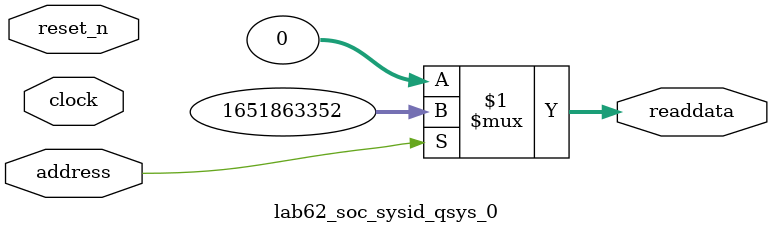
<source format=v>



// synthesis translate_off
`timescale 1ns / 1ps
// synthesis translate_on

// turn off superfluous verilog processor warnings 
// altera message_level Level1 
// altera message_off 10034 10035 10036 10037 10230 10240 10030 

module lab62_soc_sysid_qsys_0 (
               // inputs:
                address,
                clock,
                reset_n,

               // outputs:
                readdata
             )
;

  output  [ 31: 0] readdata;
  input            address;
  input            clock;
  input            reset_n;

  wire    [ 31: 0] readdata;
  //control_slave, which is an e_avalon_slave
  assign readdata = address ? 1651863352 : 0;

endmodule



</source>
